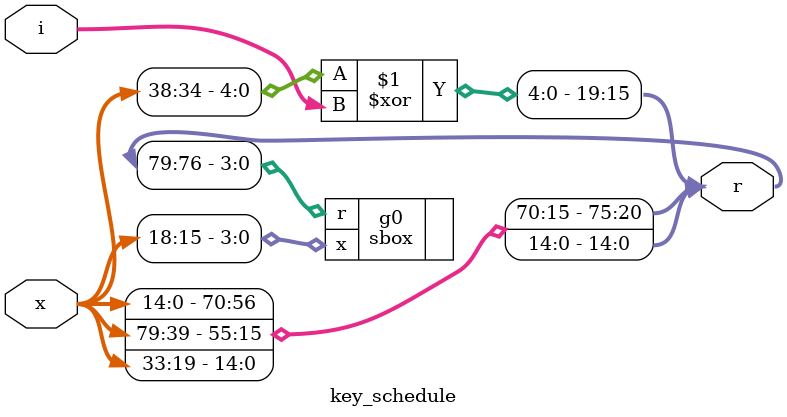
<source format=v>
`ifndef util
    `define util
    `include "./util.v"
`endif

module key_schedule(
    input  wire [79:0] x,   // Key material produced as output by the (i-1)th round
    input  wire [4:0] i,    // The round counter
    output wire [79:0] r    // Key material accepted as input by the (i+1)th round
);

// Rotation left by 61, not bothering with bits 76..79 and 15..19
assign {r[75:61], r[60:20], r[14:0]} = {x[14:0], x[79:39], x[33:19]};

// S-box bits 15..18
sbox g0(.r(r[79:76]), .x(x[18:15]));

// XOR bits 34..38 with i
assign r[19:15] = x[38:34] ^ i;

endmodule

</source>
